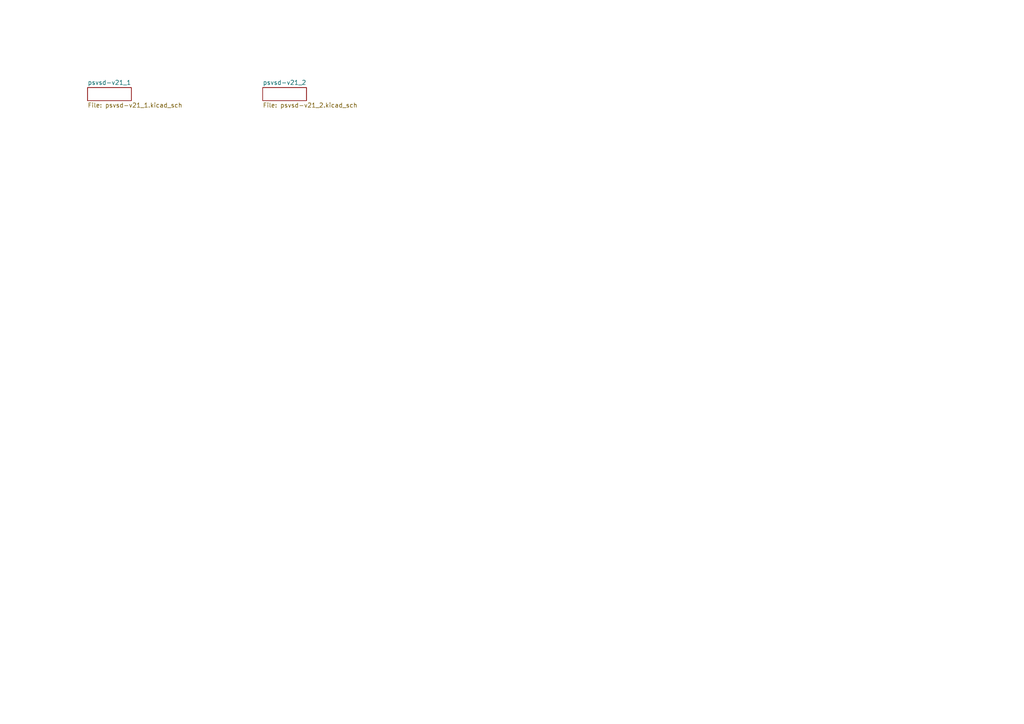
<source format=kicad_sch>
(kicad_sch
	(version 20250114)
	(generator "eeschema")
	(generator_version "9.0")
	(uuid "4e154789-230f-48f5-8bce-af12a707c6dc")
	(paper "A4")
	(lib_symbols)
	(sheet
		(at 76.2 25.4)
		(size 12.7 3.81)
		(exclude_from_sim no)
		(in_bom yes)
		(on_board yes)
		(dnp no)
		(fields_autoplaced yes)
		(stroke
			(width 0)
			(type solid)
		)
		(fill
			(color 0 0 0 0.0000)
		)
		(uuid "06352a55-a852-42bd-8c5a-35385f854ccd")
		(property "Sheetname" "psvsd-v21_2"
			(at 76.2 24.6884 0)
			(effects
				(font
					(size 1.27 1.27)
				)
				(justify left bottom)
			)
		)
		(property "Sheetfile" "psvsd-v21_2.kicad_sch"
			(at 76.2 29.7946 0)
			(effects
				(font
					(size 1.27 1.27)
				)
				(justify left top)
			)
		)
		(instances
			(project "psvsd"
				(path "/4e154789-230f-48f5-8bce-af12a707c6dc"
					(page "2")
				)
			)
		)
	)
	(sheet
		(at 25.4 25.4)
		(size 12.7 3.81)
		(exclude_from_sim no)
		(in_bom yes)
		(on_board yes)
		(dnp no)
		(fields_autoplaced yes)
		(stroke
			(width 0)
			(type solid)
		)
		(fill
			(color 0 0 0 0.0000)
		)
		(uuid "314dc8a3-d23a-4868-9b71-fad4ce898ab2")
		(property "Sheetname" "psvsd-v21_1"
			(at 25.4 24.6884 0)
			(effects
				(font
					(size 1.27 1.27)
				)
				(justify left bottom)
			)
		)
		(property "Sheetfile" "psvsd-v21_1.kicad_sch"
			(at 25.4 29.7946 0)
			(effects
				(font
					(size 1.27 1.27)
				)
				(justify left top)
			)
		)
		(instances
			(project "psvsd"
				(path "/4e154789-230f-48f5-8bce-af12a707c6dc"
					(page "1")
				)
			)
		)
	)
	(sheet_instances
		(path "/"
			(page "1")
		)
	)
	(embedded_fonts no)
)

</source>
